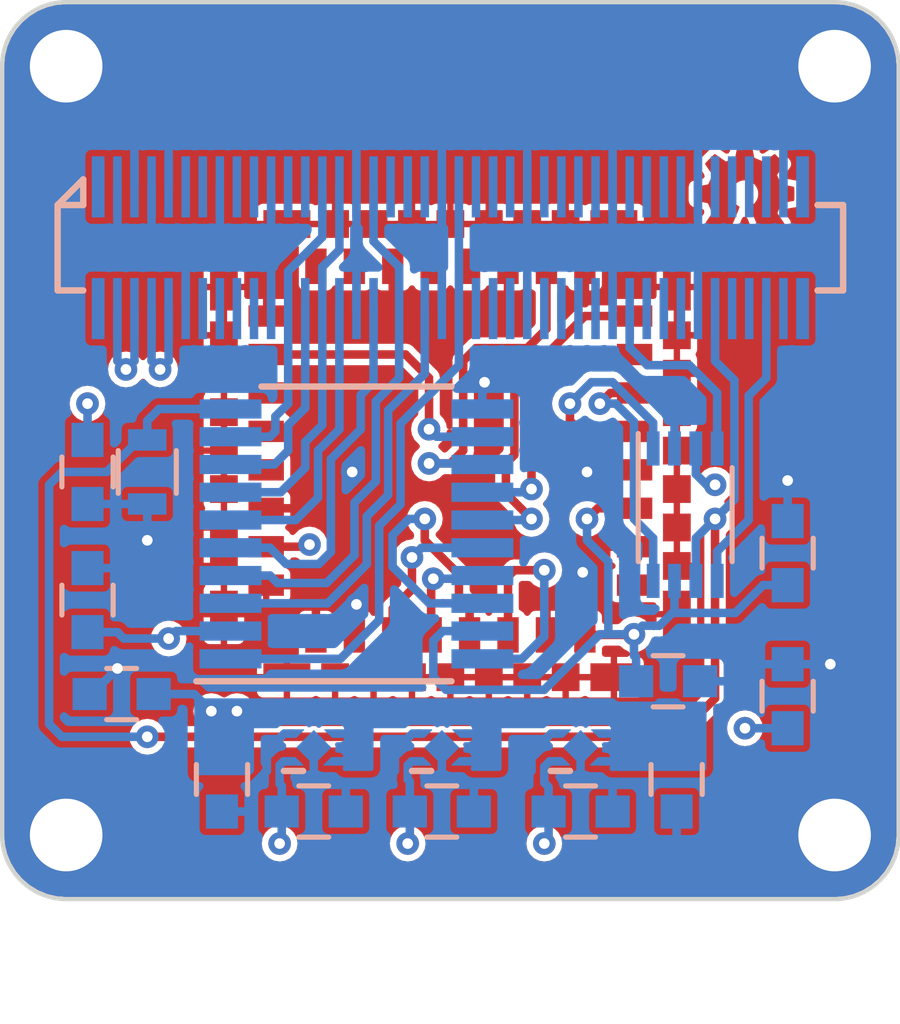
<source format=kicad_pcb>
(kicad_pcb (version 20221018) (generator pcbnew)
  (title_block (title "Boson Frame Grabber") (date "2018-09-10") (rev "1_02") (company "GsD") (comment 1 "Simple, Tiny FPGA based Frame Grabber for FLIR Boson"))
  (layers (0 "F.Cu" signal) (1 "In1.Cu" signal) (2 "In2.Cu" signal) (31 "B.Cu" signal) (34 "B.Paste" user) (35 "F.Paste" user) (36 "B.SilkS" user "B.Silkscreen") (37 "F.SilkS" user "F.Silkscreen") (38 "B.Mask" user) (39 "F.Mask" user) (44 "Edge.Cuts" user))
  (net 0 "")
  (net 1 "GND")
  (net 2 "+3V3")
  (net 3 "Net-(LEP1-Pad32)")
  (net 4 "Net-(LEP1-Pad31)")
  (net 5 "Net-(LEP1-Pad29)")
  (net 6 "Net-(LEP1-Pad28)")
  (net 7 "Net-(LEP1-Pad17)")
  (net 8 "Net-(LEP1-Pad4)")
  (net 9 "/LEP_MISO")
  (net 10 "Net-(LEP1-Pad3)")
  (net 11 "/LEP_MOSI")
  (net 12 "+2V8")
  (net 13 "Net-(LEP1-Pad5)")
  (net 14 "/LEP_CLK")
  (net 15 "/LEP_SCL")
  (net 16 "+1V2")
  (net 17 "/LEP_PWRDWN")
  (net 18 "/VSYNC")
  (net 19 "/LEP_CS")
  (net 20 "/LEP_SDA")
  (net 21 "/LEP_RST")
  (net 22 "Net-(U1-Pad80)")
  (net 23 "Net-(U1-Pad77)")
  (net 24 "Net-(U1-Pad73)")
  (net 25 "Net-(U1-Pad56)")
  (net 26 "Net-(U1-Pad55)")
  (net 27 "Net-(U1-Pad53)")
  (net 28 "Net-(U1-Pad51)")
  (net 29 "Net-(U1-Pad48)")
  (net 30 "Net-(U1-Pad47)")
  (net 31 "Net-(U1-Pad46)")
  (net 32 "Net-(U1-Pad45)")
  (net 33 "Net-(U1-Pad21)")
  (net 34 "+1V8")
  (net 35 "/LEP_MCLK")
  (net 36 "/OE")
  (net 37 "/IIC_SDA")
  (net 38 "/IIC_SCL")
  (net 39 "/SPI_CS")
  (net 40 "/SPI_CLK")
  (net 41 "/SPI_MOSI")
  (net 42 "/SPI_MISO")
  (net 43 "/RESET")
  (net 44 "/POWER_DOWN")
  (net 45 "/MCLK")
  (net 46 "/LEP_VSYNC")
  (footprint "Mounting_Holes:MountingHole_2.2mm_M2_Pad" (layer "F.Cu") (at 154 111)
    (fp_text reference "REF**" hide)
    (fp_text value "MountingHole_2.2mm_M2_Pad")
  )
  (footprint "Mounting_Holes:MountingHole_2.2mm_M2_Pad" (layer "F.Cu") (at 136 111)
    (fp_text reference "REF**" hide)
    (fp_text value "MountingHole_2.2mm_M2_Pad")
  )
  (footprint "Mounting_Holes:MountingHole_2.2mm_M2_Pad" (layer "F.Cu") (at 136 93)
    (fp_text reference "REF**" hide)
    (fp_text value "MountingHole_2.2mm_M2_Pad")
  )
  (footprint "Mounting_Holes:MountingHole_2.2mm_M2_Pad" (layer "F.Cu") (at 154 93)
    (fp_text reference "REF**" hide)
    (fp_text value "MountingHole_2.2mm_M2_Pad")
  )
  (footprint "LOGO" (layer "F.Cu") (at 151.9 95.9)
    (fp_text reference "G***" hide)
    (fp_text value "LOGO" hide)
  )
  (footprint "LOGO" (layer "F.Cu") (at 150.4 93.6)
    (fp_text reference "G***" hide)
    (fp_text value "LOGO" hide)
  )
  (footprint "1050281001" (layer "F.Cu") (at 145 102)
    (fp_text reference "LEP1")
    (fp_text value "LEPTON")
  )
  (footprint "lib:DF40_80Pin" (layer "B.Cu") (at 145 97.25 180)
    (fp_text reference "U1")
    (fp_text value "Boson_Slave")
  )
  (footprint "Housings_SSOP:VSSOP-8_2.3x2mm_Pitch0.5mm" (layer "B.Cu") (at 150.5 103.5 -90)
    (fp_text reference "U4")
    (fp_text value "TXS0102")
  )
  (footprint "Capacitors_SMD:C_0603" (layer "B.Cu") (at 144.8 110.45)
    (fp_text reference "C1")
    (fp_text value "1uF")
  )
  (footprint "Capacitors_SMD:C_0603" (layer "B.Cu") (at 148.05 110.45)
    (fp_text reference "C2")
    (fp_text value "1uF")
  )
  (footprint "Capacitors_SMD:C_0603" (layer "B.Cu") (at 141.8 110.45)
    (fp_text reference "C3")
    (fp_text value "1uF")
  )
  (footprint "Capacitors_SMD:C_0603" (layer "B.Cu") (at 150.3 109.7 -90)
    (fp_text reference "C4")
    (fp_text value "1uF")
  )
  (footprint "Capacitors_SMD:C_0603" (layer "B.Cu") (at 137.3 107.7 180)
    (fp_text reference "C5")
    (fp_text value "1uF")
  )
  (footprint "Capacitors_SMD:C_0603" (layer "B.Cu") (at 139.65 109.7 -90)
    (fp_text reference "C6")
    (fp_text value "100n")
  )
  (footprint "Resistors_SMD:R_0603" (layer "B.Cu") (at 137.9 102.5 -90)
    (fp_text reference "R1")
    (fp_text value "10k")
  )
  (footprint "bosonFrameGrabber:X2SON" (layer "B.Cu") (at 148.05 108.95)
    (fp_text reference "U2")
    (fp_text value "TLV733P")
  )
  (footprint "bosonFrameGrabber:X2SON" (layer "B.Cu") (at 141.8 108.95)
    (fp_text reference "U3")
    (fp_text value "TLV733P")
  )
  (footprint "bosonFrameGrabber:X2SON" (layer "B.Cu") (at 144.8 108.95)
    (fp_text reference "U6")
    (fp_text value "TLV733P")
  )
  (footprint "Capacitors_SMD:C_0603" (layer "B.Cu") (at 152.9 107.75 90)
    (fp_text reference "C7")
    (fp_text value "100n")
  )
  (footprint "Capacitors_SMD:C_0603" (layer "B.Cu") (at 136.5 105.5 90)
    (fp_text reference "C8")
    (fp_text value "100n")
  )
  (footprint "Capacitors_SMD:C_0603" (layer "B.Cu") (at 150.1 107.4)
    (fp_text reference "C9")
    (fp_text value "100n")
  )
  (footprint "Capacitors_SMD:C_0603" (layer "B.Cu") (at 136.5 102.5 -90)
    (fp_text reference "C10")
    (fp_text value "100n")
  )
  (footprint "Capacitors_SMD:C_0603" (layer "B.Cu") (at 152.9 104.4 90)
    (fp_text reference "C11")
    (fp_text value "100n")
  )
  (footprint "Housings_SSOP:TSSOP-20_4.4x6.5mm_Pitch0.65mm" (layer "B.Cu") (at 142.8 103.95)
    (fp_text reference "U5")
    (fp_text value "TB0108")
  )
  (gr_line (start 154 112.5) (end 136 112.5) (stroke (width 0.1)) (layer "Edge.Cuts"))
  (gr_line (start 134.5 111) (end 134.5 93) (stroke (width 0.1)) (layer "Edge.Cuts"))
  (gr_arc (start 155.5 111) (mid 155.06066 112.06066) (end 154 112.5) (stroke (width 0.1)) (layer "Edge.Cuts"))
  (gr_line (start 136 91.5) (end 154 91.5) (stroke (width 0.1)) (layer "Edge.Cuts"))
  (gr_arc (start 136 112.5) (mid 134.93934 112.06066) (end 134.5 111) (stroke (width 0.1)) (layer "Edge.Cuts"))
  (gr_arc (start 154 91.5) (mid 155.06066 91.93934) (end 155.5 93) (stroke (width 0.1)) (layer "Edge.Cuts"))
  (gr_line (start 155.5 93) (end 155.5 111) (stroke (width 0.1)) (layer "Edge.Cuts"))
  (gr_arc (start 134.5 93) (mid 134.93934 91.93934) (end 136 91.5) (stroke (width 0.1)) (layer "Edge.Cuts"))
  (segment (start 148.15 97.685) (end 148.15 98.55) (width 0.2) (layer "F.Cu") (net 1))
  (segment (start 147.25 105.7) (end 148.1 104.85) (width 0.2) (layer "F.Cu") (net 1))
  (segment (start 142.75 105.65) (end 142.8 105.6) (width 0.2) (layer "F.Cu") (net 1))
  (segment (start 147.25 106.315) (end 147.25 106.05) (width 0.2) (layer "F.Cu") (net 1))
  (segment (start 148.7 104.25) (end 149.315 104.25) (width 0.2) (layer "F.Cu") (net 1))
  (segment (start 148.1 104.85) (end 148.7 104.25) (width 0.2) (layer "F.Cu") (net 1))
  (segment (start 141.85 105.55) (end 141.45 105.15) (width 0.2) (layer "F.Cu") (net 1))
  (segment (start 146.35 97.685) (end 146.35 98.75) (width 0.2) (layer "F.Cu") (net 1))
  (segment (start 141.45 105.15) (end 140.685 105.15) (width 0.2) (layer "F.Cu") (net 1))
  (segment (start 141.85 106.315) (end 141.85 105.55) (width 0.2) (layer "F.Cu") (net 1))
  (segment (start 143.45 98.85) (end 143.65 98.65) (width 0.2) (layer "F.Cu") (net 1))
  (segment (start 149.315 102.45) (end 148.25 102.45) (width 0.2) (layer "F.Cu") (net 1))
  (segment (start 140.685 98.85) (end 143.45 98.85) (width 0.2) (layer "F.Cu") (net 1))
  (segment (start 142.435005 102.764999) (end 142.700004 102.5) (width 0.2) (layer "F.Cu") (net 1))
  (segment (start 148.25 102.45) (end 148.2 102.5) (width 0.2) (layer "F.Cu") (net 1))
  (segment (start 142.75 106.315) (end 142.75 105.65) (width 0.2) (layer "F.Cu") (net 1))
  (segment (start 140.685 103.35) (end 141.850004 103.35) (width 0.2) (layer "F.Cu") (net 1))
  (segment (start 141.850004 103.35) (end 142.435005 102.764999) (width 0.2) (layer "F.Cu") (net 1))
  (segment (start 147.25 106.315) (end 147.25 105.7) (width 0.2) (layer "F.Cu") (net 1))
  (segment (start 143.65 98.65) (end 143.65 97.685) (width 0.2) (layer "F.Cu") (net 1))
  (via (at 148.2 102.5) (size 0.53) (drill 0.25) (layers "F.Cu" "B.Cu") (net 1))
  (via (at 152.9 102.7) (size 0.53) (drill 0.25) (layers "F.Cu" "B.Cu") (net 1))
  (via (at 137.2 107.1) (size 0.53) (drill 0.25) (layers "F.Cu" "B.Cu") (net 1))
  (via (at 145.8 100.4) (size 0.53) (drill 0.25) (layers "F.Cu" "B.Cu") (net 1))
  (via (at 148.1 104.85) (size 0.53) (drill 0.25) (layers "F.Cu" "B.Cu") (net 1))
  (via (at 153.9 107) (size 0.53) (drill 0.25) (layers "F.Cu" "B.Cu") (net 1))
  (via (at 137.9 104.1) (size 0.53) (drill 0.25) (layers "F.Cu" "B.Cu") (net 1))
  (via (at 142.700004 102.5) (size 0.53) (drill 0.25) (layers "F.Cu" "B.Cu") (net 1))
  (via (at 142.8 105.6) (size 0.53) (drill 0.25) (layers "F.Cu" "B.Cu") (net 1))
  (segment (start 150.8 95.825) (end 150.8 94.7) (width 0.2) (layer "B.Cu") (net 1))
  (segment (start 138.8 98.675) (end 138.8 97.76) (width 0.2) (layer "B.Cu") (net 1))
  (segment (start 136.5 103.25) (end 137.9 103.25) (width 0.2) (layer "B.Cu") (net 1))
  (segment (start 148.05 108.95) (end 148.05 109.7) (width 0.2) (layer "B.Cu") (net 1))
  (segment (start 138 95.825) (end 138 97) (width 0.2) (layer "B.Cu") (net 1))
  (segment (start 141.11 108.625) (end 141.3 108.625) (width 0.2) (layer "B.Cu") (net 1))
  (segment (start 137.9 103.25) (end 137.9 104.1) (width 0.2) (layer "B.Cu") (net 1))
  (segment (start 144.11 108.625) (end 144.3 108.625) (width 0.2) (layer "B.Cu") (net 1))
  (segment (start 142.8 98.675) (end 142.8 95.825) (width 0.2) (layer "B.Cu") (net 1))
  (segment (start 150.8 98.675) (end 150.8 97.76) (width 0.2) (layer "B.Cu") (net 1))
  (segment (start 142.475 109.8) (end 143.4 109.8) (width 0.2) (layer "B.Cu") (net 1))
  (segment (start 144.8 108.95) (end 144.8 109.7) (width 0.2) (layer "B.Cu") (net 1))
  (segment (start 142.8 95.825) (end 142.8 94.6) (width 0.2) (layer "B.Cu") (net 1))
  (segment (start 151.45 107.4) (end 151.85 107) (width 0.2) (layer "B.Cu") (net 1))
  (segment (start 141.8 109.7) (end 141.9 109.8) (width 0.2) (layer "B.Cu") (net 1))
  (segment (start 145.55 110.45) (end 145.55 109.875) (width 0.2) (layer "B.Cu") (net 1))
  (segment (start 148.8 95.825) (end 148.8 94.91) (width 0.2) (layer "B.Cu") (net 1))
  (segment (start 142.55 109.875) (end 142.475 109.8) (width 0.2) (layer "B.Cu") (net 1))
  (segment (start 140.225 110.45) (end 140.3 110.375) (width 0.2) (layer "B.Cu") (net 1))
  (segment (start 141.8 108.95) (end 141.8 109.7) (width 0.2) (layer "B.Cu") (net 1))
  (segment (start 142.475 109.8) (end 141.9 109.8) (width 0.2) (layer "B.Cu") (net 1))
  (segment (start 140.8 98.675) (end 140.8 97.76) (width 0.2) (layer "B.Cu") (net 1))
  (segment (start 148.8 110.45) (end 148.8 109.875) (width 0.2) (layer "B.Cu") (net 1))
  (segment (start 140.3 110.375) (end 140.3 109.9) (width 0.2) (layer "B.Cu") (net 1))
  (segment (start 146.8 95.825) (end 146.8 94.8) (width 0.2) (layer "B.Cu") (net 1))
  (segment (start 152.8 95.825) (end 152.8 94.7) (width 0.2) (layer "B.Cu") (net 1))
  (segment (start 144.8 98.675) (end 144.8 95.825) (width 0.2) (layer "B.Cu") (net 1))
  (segment (start 144.8 95.825) (end 144.8 94.5) (width 0.2) (layer "B.Cu") (net 1))
  (segment (start 140.8 97.76) (end 140.8 95.825) (width 0.2) (layer "B.Cu") (net 1))
  (segment (start 137.25 104.75) (end 137.9 104.1) (width 0.2) (layer "B.Cu") (net 1))
  (segment (start 148.05 109.7) (end 148.15 109.8) (width 0.2) (layer "B.Cu") (net 1))
  (segment (start 150.8 97.76) (end 150.8 95.825) (width 0.2) (layer "B.Cu") (net 1))
  (segment (start 143.7 109.5) (end 143.7 109.035) (width 0.2) (layer "B.Cu") (net 1))
  (segment (start 146.9 109.085) (end 146.9 109.5) (width 0.2) (layer "B.Cu") (net 1))
  (segment (start 150.25 101.95) (end 150.25 100.95) (width 0.2) (layer "B.Cu") (net 1))
  (segment (start 151.85 107) (end 152.9 107) (width 0.2) (layer "B.Cu") (net 1))
  (segment (start 147.55 108.625) (end 147.36 108.625) (width 0.2) (layer "B.Cu") (net 1))
  (segment (start 139.65 110.45) (end 140.225 110.45) (width 0.2) (layer "B.Cu") (net 1))
  (segment (start 148.725 109.8) (end 148.15 109.8) (width 0.2) (layer "B.Cu") (net 1))
  (segment (start 143.7 109.035) (end 144.11 108.625) (width 0.2) (layer "B.Cu") (net 1))
  (segment (start 150.3 110.45) (end 150.3 111.2) (width 0.2) (layer "B.Cu") (net 1))
  (segment (start 147.36 108.625) (end 146.9 109.085) (width 0.2) (layer "B.Cu") (net 1))
  (segment (start 146.9 109.5) (end 146.6 109.8) (width 0.2) (layer "B.Cu") (net 1))
  (segment (start 137.6 95.825) (end 137.6 94.91) (width 0.2) (layer "B.Cu") (net 1))
  (segment (start 145.475 109.8) (end 144.9 109.8) (width 0.2) (layer "B.Cu") (net 1))
  (segment (start 140.7 109.5) (end 140.7 109.035) (width 0.2) (layer "B.Cu") (net 1))
  (segment (start 146.8 98.675) (end 146.8 95.825) (width 0.2) (layer "B.Cu") (net 1))
  (segment (start 136.5 104.75) (end 137.25 104.75) (width 0.2) (layer "B.Cu") (net 1))
  (segment (start 145.75 100.45) (end 145.8 100.4) (width 0.2) (layer "B.Cu") (net 1))
  (segment (start 140.3 109.9) (end 140.7 109.5) (width 0.2) (layer "B.Cu") (net 1))
  (segment (start 145.55 109.875) (end 145.475 109.8) (width 0.2) (layer "B.Cu") (net 1))
  (segment (start 148.8 109.875) (end 148.725 109.8) (width 0.2) (layer "B.Cu") (net 1))
  (segment (start 139.6 95.825) (end 139.6 96.74) (width 0.2) (layer "B.Cu") (net 1))
  (segment (start 142.55 110.45) (end 142.55 109.875) (width 0.2) (layer "B.Cu") (net 1))
  (segment (start 140.7 109.035) (end 141.11 108.625) (width 0.2) (layer "B.Cu") (net 1))
  (segment (start 152.9 107) (end 153.9 107) (width 0.2) (layer "B.Cu") (net 1))
  (segment (start 145.75 101.025) (end 145.75 100.45) (width 0.2) (layer "B.Cu") (net 1))
  (segment (start 148.8 95.825) (end 148.8 98.675) (width 0.2) (layer "B.Cu") (net 1))
  (segment (start 152.9 103.65) (end 152.9 102.7) (width 0.2) (layer "B.Cu") (net 1))
  (segment (start 150.85 107.4) (end 151.45 107.4) (width 0.2) (layer "B.Cu") (net 1))
  (segment (start 143.4 109.8) (end 143.7 109.5) (width 0.2) (layer "B.Cu") (net 1))
  (segment (start 137.2 95.825) (end 137.2 96.74) (width 0.2) (layer "B.Cu") (net 1))
  (segment (start 136.6 107.7) (end 137.2 107.1) (width 0.2) (layer "B.Cu") (net 1))
  (segment (start 146.6 109.8) (end 145.475 109.8) (width 0.2) (layer "B.Cu") (net 1))
  (segment (start 136.55 107.7) (end 136.6 107.7) (width 0.2) (layer "B.Cu") (net 1))
  (segment (start 138.4 95.825) (end 138.4 94.91) (width 0.2) (layer "B.Cu") (net 1))
  (segment (start 144.8 109.7) (end 144.9 109.8) (width 0.2) (layer "B.Cu") (net 1))
  (via (at 140 108.1) (size 0.53) (drill 0.25) (layers "F.Cu" "B.Cu") (net 2))
  (via (at 138.2 100.1) (size 0.53) (drill 0.25) (layers "F.Cu" "B.Cu") (net 2))
  (via (at 137.4 100.1) (size 0.53) (drill 0.25) (layers "F.Cu" "B.Cu") (net 2))
  (via (at 139.4 108.1) (size 0.53) (drill 0.25) (layers "F.Cu" "B.Cu") (net 2))
  (segment (start 145.32 108.625) (end 145.875 108.625) (width 0.2) (layer "B.Cu") (net 2))
  (segment (start 138.05 107.7) (end 139 107.7) (width 0.2) (layer "B.Cu") (net 2))
  (segment (start 142.32 108.625) (end 142.675 108.625) (width 0.2) (layer "B.Cu") (net 2))
  (segment (start 138 98.675) (end 138 99.9) (width 0.2) (layer "B.Cu") (net 2))
  (segment (start 148.55 109.275) (end 149.125 109.275) (width 0.2) (layer "B.Cu") (net 2))
  (segment (start 145.3 109.275) (end 145.825 109.275) (width 0.2) (layer "B.Cu") (net 2))
  (segment (start 148.57 108.625) (end 149.175 108.625) (width 0.2) (layer "B.Cu") (net 2))
  (segment (start 137.2 98.675) (end 137.2 99.9) (width 0.2) (layer "B.Cu") (net 2))
  (segment (start 142.3 109.275) (end 142.625 109.275) (width 0.2) (layer "B.Cu") (net 2))
  (segment (start 138 99.9) (end 138.2 100.1) (width 0.2) (layer "B.Cu") (net 2))
  (segment (start 139 107.7) (end 139.4 108.1) (width 0.2) (layer "B.Cu") (net 2))
  (segment (start 139.65 108.35) (end 139.4 108.1) (width 0.2) (layer "B.Cu") (net 2))
  (segment (start 139.65 108.95) (end 139.65 108.35) (width 0.2) (layer "B.Cu") (net 2))
  (segment (start 137.6 99.9) (end 137.4 100.1) (width 0.2) (layer "B.Cu") (net 2))
  (segment (start 138.4 99.9) (end 138.2 100.1) (width 0.2) (layer "B.Cu") (net 2))
  (segment (start 138.4 98.675) (end 138.4 99.9) (width 0.2) (layer "B.Cu") (net 2))
  (segment (start 137.2 99.9) (end 137.4 100.1) (width 0.2) (layer "B.Cu") (net 2))
  (segment (start 137.6 98.675) (end 137.6 99.9) (width 0.2) (layer "B.Cu") (net 2))
  (segment (start 144.55 105.05) (end 144.6 105) (width 0.2) (layer "F.Cu") (net 9))
  (segment (start 144.55 106.315) (end 144.55 105.05) (width 0.2) (layer "F.Cu") (net 9))
  (via (at 144.6 105) (size 0.53) (drill 0.25) (layers "F.Cu" "B.Cu") (net 9))
  (segment (start 145.675 105) (end 145.75 104.925) (width 0.2) (layer "B.Cu") (net 9))
  (segment (start 144.6 105) (end 145.675 105) (width 0.2) (layer "B.Cu") (net 9))
  (segment (start 143.65 105.7) (end 144.1 105.25) (width 0.2) (layer "F.Cu") (net 11))
  (segment (start 143.65 106.315) (end 143.65 105.7) (width 0.2) (layer "F.Cu") (net 11))
  (segment (start 144.1 105.25) (end 144.1 104.5) (width 0.2) (layer "F.Cu") (net 11))
  (via (at 144.1 104.5) (size 0.53) (drill 0.25) (layers "F.Cu" "B.Cu") (net 11))
  (segment (start 145.75 104.275) (end 144.325 104.275) (width 0.2) (layer "B.Cu") (net 11))
  (segment (start 144.325 104.275) (end 144.1 104.5) (width 0.2) (layer "B.Cu") (net 11))
  (segment (start 148.45 103.35) (end 148.2 103.6) (width 0.2) (layer "F.Cu") (net 12))
  (segment (start 149.285 106.315) (end 149.3 106.3) (width 0.2) (layer "F.Cu") (net 12))
  (segment (start 149.315 103.35) (end 148.45 103.35) (width 0.2) (layer "F.Cu") (net 12))
  (segment (start 148.15 106.315) (end 149.285 106.315) (width 0.2) (layer "F.Cu") (net 12))
  (via (at 141 111.2) (size 0.53) (drill 0.25) (layers "F.Cu" "B.Cu") (net 12))
  (via (at 148.2 103.6) (size 0.53) (drill 0.25) (layers "F.Cu" "B.Cu") (net 12))
  (via (at 149.3 106.3) (size 0.53) (drill 0.25) (layers "F.Cu" "B.Cu") (net 12))
  (segment (start 149.35 107.4) (end 149.35 106.825) (width 0.2) (layer "B.Cu") (net 12))
  (segment (start 148.5 106.3) (end 148.7 106.3) (width 0.2) (layer "B.Cu") (net 12))
  (segment (start 144.6 106.45) (end 144.6 107.3) (width 0.2) (layer "B.Cu") (net 12))
  (segment (start 149.325 106.8) (end 149.3 106.8) (width 0.2) (layer "B.Cu") (net 12))
  (segment (start 141 109.8) (end 141.05 109.85) (width 0.2) (layer "B.Cu") (net 12))
  (segment (start 149.35 106.825) (end 149.325 106.8) (width 0.2) (layer "B.Cu") (net 12))
  (segment (start 141.05 109.85) (end 141.05 110.45) (width 0.2) (layer "B.Cu") (net 12))
  (segment (start 144.6 107.3) (end 144.9 107.6) (width 0.2) (layer "B.Cu") (net 12))
  (segment (start 150.25 105.75) (end 150.2 105.8) (width 0.2) (layer "B.Cu") (net 12))
  (segment (start 150.25 105.05) (end 150.25 105.75) (width 0.2) (layer "B.Cu") (net 12))
  (segment (start 151.675 105.8) (end 150.2 105.8) (width 0.2) (layer "B.Cu") (net 12))
  (segment (start 141.28 109.275) (end 141.09 109.275) (width 0.2) (layer "B.Cu") (net 12))
  (segment (start 148.2 104.1) (end 148.7 104.6) (width 0.2) (layer "B.Cu") (net 12))
  (segment (start 141.09 109.275) (end 141 109.365) (width 0.2) (layer "B.Cu") (net 12))
  (segment (start 148.7 104.6) (end 148.7 106.3) (width 0.2) (layer "B.Cu") (net 12))
  (segment (start 152.9 105.15) (end 152.325 105.15) (width 0.2) (layer "B.Cu") (net 12))
  (segment (start 148.2 103.6) (end 148.2 104.1) (width 0.2) (layer "B.Cu") (net 12))
  (segment (start 149.5 106.1) (end 149.3 106.3) (width 0.2) (layer "B.Cu") (net 12))
  (segment (start 147.2 107.6) (end 148.5 106.3) (width 0.2) (layer "B.Cu") (net 12))
  (segment (start 141 109.365) (end 141 109.8) (width 0.2) (layer "B.Cu") (net 12))
  (segment (start 144.825 106.225) (end 144.6 106.45) (width 0.2) (layer "B.Cu") (net 12))
  (segment (start 149.9 106.1) (end 149.5 106.1) (width 0.2) (layer "B.Cu") (net 12))
  (segment (start 144.9 107.6) (end 147.2 107.6) (width 0.2) (layer "B.Cu") (net 12))
  (segment (start 149.3 106.3) (end 149.3 106.8) (width 0.2) (layer "B.Cu") (net 12))
  (segment (start 141.05 111.15) (end 141 111.2) (width 0.2) (layer "B.Cu") (net 12))
  (segment (start 148.7 106.3) (end 149.3 106.3) (width 0.2) (layer "B.Cu") (net 12))
  (segment (start 150.2 105.8) (end 149.9 106.1) (width 0.2) (layer "B.Cu") (net 12))
  (segment (start 145.75 106.225) (end 144.825 106.225) (width 0.2) (layer "B.Cu") (net 12))
  (segment (start 141.05 110.45) (end 141.05 111.15) (width 0.2) (layer "B.Cu") (net 12))
  (segment (start 152.325 105.15) (end 151.675 105.8) (width 0.2) (layer "B.Cu") (net 12))
  (segment (start 145.45 105.65) (end 145.2 105.4) (width 0.2) (layer "F.Cu") (net 14))
  (segment (start 145.2 104.9) (end 144.4 104.1) (width 0.2) (layer "F.Cu") (net 14))
  (segment (start 144.4 104.1) (end 144.4 103.6) (width 0.2) (layer "F.Cu") (net 14))
  (segment (start 145.2 105.4) (end 145.2 104.9) (width 0.2) (layer "F.Cu") (net 14))
  (segment (start 145.45 106.315) (end 145.45 105.65) (width 0.2) (layer "F.Cu") (net 14))
  (via (at 144.4 103.6) (size 0.53) (drill 0.25) (layers "F.Cu" "B.Cu") (net 14))
  (segment (start 143.646049 103.979185) (end 143.646049 104.717897) (width 0.2) (layer "B.Cu") (net 14))
  (segment (start 143.646049 104.717897) (end 144.503152 105.575) (width 0.2) (layer "B.Cu") (net 14))
  (segment (start 144.4 103.6) (end 144.025234 103.6) (width 0.2) (layer "B.Cu") (net 14))
  (segment (start 144.825 105.575) (end 145.75 105.575) (width 0.2) (layer "B.Cu") (net 14))
  (segment (start 144.025234 103.6) (end 143.646049 103.979185) (width 0.2) (layer "B.Cu") (net 14))
  (segment (start 144.503152 105.575) (end 144.825 105.575) (width 0.2) (layer "B.Cu") (net 14))
  (segment (start 149.315 101.55) (end 148.05 101.55) (width 0.2) (layer "F.Cu") (net 15))
  (segment (start 147.8 101.3) (end 147.8 100.9) (width 0.2) (layer "F.Cu") (net 15))
  (segment (start 148.05 101.55) (end 147.8 101.3) (width 0.2) (layer "F.Cu") (net 15))
  (via (at 147.8 100.9) (size 0.53) (drill 0.25) (layers "F.Cu" "B.Cu") (net 15))
  (segment (start 148.8 100.4) (end 148.3 100.4) (width 0.2) (layer "B.Cu") (net 15))
  (segment (start 149.75 101.95) (end 149.75 101.35) (width 0.2) (layer "B.Cu") (net 15))
  (segment (start 148.3 100.4) (end 147.8 100.9) (width 0.2) (layer "B.Cu") (net 15))
  (segment (start 149.75 101.35) (end 148.8 100.4) (width 0.2) (layer "B.Cu") (net 15))
  (segment (start 140.685 104.25) (end 141.65 104.25) (width 0.2) (layer "F.Cu") (net 16))
  (segment (start 141.65 104.25) (end 141.7 104.2) (width 0.2) (layer "F.Cu") (net 16))
  (via (at 136.5 100.9) (size 0.53) (drill 0.25) (layers "F.Cu" "B.Cu") (net 16))
  (via (at 141.7 104.2) (size 0.53) (drill 0.25) (layers "F.Cu" "B.Cu") (net 16))
  (via (at 147.2 111.2) (size 0.53) (drill 0.25) (layers "F.Cu" "B.Cu") (net 16))
  (segment (start 147.3 109.875) (end 147.3 110.45) (width 0.2) (layer "B.Cu") (net 16))
  (segment (start 147.2 109.4) (end 147.2 109.775) (width 0.2) (layer "B.Cu") (net 16))
  (segment (start 136.5 101.75) (end 136.5 100.9) (width 0.2) (layer "B.Cu") (net 16))
  (segment (start 147.325 109.275) (end 147.2 109.4) (width 0.2) (layer "B.Cu") (net 16))
  (segment (start 147.53 109.275) (end 147.325 109.275) (width 0.2) (layer "B.Cu") (net 16))
  (segment (start 147.3 111.1) (end 147.2 111.2) (width 0.2) (layer "B.Cu") (net 16))
  (segment (start 147.2 109.775) (end 147.3 109.875) (width 0.2) (layer "B.Cu") (net 16))
  (segment (start 147.3 110.45) (end 147.3 111.1) (width 0.2) (layer "B.Cu") (net 16))
  (segment (start 147.85 99.75) (end 146.9 100.7) (width 0.2) (layer "F.Cu") (net 17))
  (segment (start 146.9 101.128152) (end 146.9 102.9) (width 0.2) (layer "F.Cu") (net 17))
  (segment (start 149.315 99.75) (end 147.85 99.75) (width 0.2) (layer "F.Cu") (net 17))
  (segment (start 146.9 100.7) (end 146.9 101.128152) (width 0.2) (layer "F.Cu") (net 17))
  (via (at 146.9 102.9) (size 0.53) (drill 0.25) (layers "F.Cu" "B.Cu") (net 17))
  (segment (start 145.75 102.975) (end 146.825 102.975) (width 0.2) (layer "B.Cu") (net 17))
  (segment (start 146.825 102.975) (end 146.9 102.9) (width 0.2) (layer "B.Cu") (net 17))
  (segment (start 142 96.74) (end 142 95.825) (width 0.2) (layer "B.Cu") (net 18))
  (segment (start 142 97) (end 142 96.74) (width 0.2) (layer "B.Cu") (net 18))
  (segment (start 140.775 101.675) (end 140.9 101.55) (width 0.2) (layer "B.Cu") (net 18))
  (segment (start 139.85 101.675) (end 140.775 101.675) (width 0.2) (layer "B.Cu") (net 18))
  (segment (start 140.9 101.55) (end 140.9 101.2) (width 0.2) (layer "B.Cu") (net 18))
  (segment (start 141.2 97.8) (end 142 97) (width 0.2) (layer "B.Cu") (net 18))
  (segment (start 140.9 101.2) (end 141.2 100.9) (width 0.2) (layer "B.Cu") (net 18))
  (segment (start 141.2 100.9) (end 141.2 97.8) (width 0.2) (layer "B.Cu") (net 18))
  (segment (start 146.35 104.95) (end 146.5 104.8) (width 0.2) (layer "F.Cu") (net 19))
  (segment (start 146.35 106.315) (end 146.35 104.95) (width 0.2) (layer "F.Cu") (net 19))
  (segment (start 146.35 106.315) (end 146.35 106.05) (width 0.2) (layer "F.Cu") (net 19))
  (segment (start 146.5 104.8) (end 147.2 104.8) (width 0.2) (layer "F.Cu") (net 19))
  (via (at 147.2 104.8) (size 0.53) (drill 0.25) (layers "F.Cu" "B.Cu") (net 19))
  (segment (start 147.2 106.35) (end 147.2 105.174766) (width 0.2) (layer "B.Cu") (net 19))
  (segment (start 146.675 106.875) (end 147.2 106.35) (width 0.2) (layer "B.Cu") (net 19))
  (segment (start 145.75 106.875) (end 146.675 106.875) (width 0.2) (layer "B.Cu") (net 19))
  (segment (start 147.2 105.174766) (end 147.2 104.8) (width 0.2) (layer "B.Cu") (net 19))
  (segment (start 149.315 100.65) (end 148.75 100.65) (width 0.2) (layer "F.Cu") (net 20))
  (segment (start 148.75 100.65) (end 148.5 100.9) (width 0.2) (layer "F.Cu") (net 20))
  (via (at 148.5 100.9) (size 0.53) (drill 0.25) (layers "F.Cu" "B.Cu") (net 20))
  (segment (start 148.5 100.9) (end 148.874766 100.9) (width 0.2) (layer "B.Cu") (net 20))
  (segment (start 149.75 104.05) (end 149.75 105.05) (width 0.2) (layer "B.Cu") (net 20))
  (segment (start 148.874766 100.9) (end 149.3 101.325234) (width 0.2) (layer "B.Cu") (net 20))
  (segment (start 149.3 101.325234) (end 149.3 103.6) (width 0.2) (layer "B.Cu") (net 20))
  (segment (start 149.3 103.6) (end 149.75 104.05) (width 0.2) (layer "B.Cu") (net 20))
  (segment (start 146.3 102.3) (end 146.5 102.1) (width 0.2) (layer "F.Cu") (net 21))
  (segment (start 146.3 103) (end 146.3 102.3) (width 0.2) (layer "F.Cu") (net 21))
  (segment (start 148.15 98.85) (end 148.7 98.85) (width 0.2) (layer "F.Cu") (net 21))
  (segment (start 146.9 103.6) (end 146.3 103) (width 0.2) (layer "F.Cu") (net 21))
  (segment (start 146.5 100.5) (end 148.15 98.85) (width 0.2) (layer "F.Cu") (net 21))
  (segment (start 146.5 102.1) (end 146.5 100.5) (width 0.2) (layer "F.Cu") (net 21))
  (segment (start 148.7 98.85) (end 149.315 98.85) (width 0.2) (layer "F.Cu") (net 21))
  (via (at 146.9 103.6) (size 0.53) (drill 0.25) (layers "F.Cu" "B.Cu") (net 21))
  (segment (start 146.875 103.625) (end 146.9 103.6) (width 0.2) (layer "B.Cu") (net 21))
  (segment (start 145.75 103.625) (end 146.875 103.625) (width 0.2) (layer "B.Cu") (net 21))
  (via (at 138.4 106.4) (size 0.53) (drill 0.25) (layers "F.Cu" "B.Cu") (net 34))
  (via (at 151.9 108.5) (size 0.53) (drill 0.25) (layers "F.Cu" "B.Cu") (net 34))
  (via (at 151.2 102.8) (size 0.53) (drill 0.25) (layers "F.Cu" "B.Cu") (net 34))
  (via (at 144 111.2) (size 0.53) (drill 0.25) (layers "F.Cu" "B.Cu") (net 34))
  (segment (start 150.75 101.95) (end 150.75 102.55) (width 0.2) (layer "B.Cu") (net 34))
  (segment (start 137.35 106.4) (end 137.2 106.25) (width 0.2) (layer "B.Cu") (net 34))
  (segment (start 136.5 106.25) (end 137.2 106.25) (width 0.2) (layer "B.Cu") (net 34))
  (segment (start 144.09 109.275) (end 144 109.365) (width 0.2) (layer "B.Cu") (net 34))
  (segment (start 144 109.365) (end 144 109.7) (width 0.2) (layer "B.Cu") (net 34))
  (segment (start 144.05 110.45) (end 144.05 111.15) (width 0.2) (layer "B.Cu") (net 34))
  (segment (start 144.05 111.15) (end 144 111.2) (width 0.2) (layer "B.Cu") (net 34))
  (segment (start 139.85 106.225) (end 138.575 106.225) (width 0.2) (layer "B.Cu") (net 34))
  (segment (start 138.4 106.4) (end 137.35 106.4) (width 0.2) (layer "B.Cu") (net 34))
  (segment (start 144.05 109.75) (end 144.05 110.45) (width 0.2) (layer "B.Cu") (net 34))
  (segment (start 138.575 106.225) (end 138.4 106.4) (width 0.2) (layer "B.Cu") (net 34))
  (segment (start 152.9 108.5) (end 151.9 108.5) (width 0.2) (layer "B.Cu") (net 34))
  (segment (start 150.75 102.55) (end 151 102.8) (width 0.2) (layer "B.Cu") (net 34))
  (segment (start 144 109.7) (end 144.05 109.75) (width 0.2) (layer "B.Cu") (net 34))
  (segment (start 144.28 109.275) (end 144.09 109.275) (width 0.2) (layer "B.Cu") (net 34))
  (segment (start 151 102.8) (end 151.2 102.8) (width 0.2) (layer "B.Cu") (net 34))
  (segment (start 145.6 99.6) (end 146.8 99.6) (width 0.2) (layer "F.Cu") (net 35))
  (segment (start 147.25 99.15) (end 147.25 97.685) (width 0.2) (layer "F.Cu") (net 35))
  (segment (start 145.3 102) (end 145.3 99.9) (width 0.2) (layer "F.Cu") (net 35))
  (segment (start 144.5 102.3) (end 145 102.3) (width 0.2) (layer "F.Cu") (net 35))
  (segment (start 145 102.3) (end 145.3 102) (width 0.2) (layer "F.Cu") (net 35))
  (segment (start 145.3 99.9) (end 145.6 99.6) (width 0.2) (layer "F.Cu") (net 35))
  (segment (start 146.8 99.6) (end 147.25 99.15) (width 0.2) (layer "F.Cu") (net 35))
  (via (at 144.5 102.3) (size 0.53) (drill 0.25) (layers "F.Cu" "B.Cu") (net 35))
  (segment (start 144.5 102.3) (end 145.725 102.3) (width 0.2) (layer "B.Cu") (net 35))
  (segment (start 145.725 102.3) (end 145.75 102.325) (width 0.2) (layer "B.Cu") (net 35))
  (segment (start 151.2 107.8) (end 150.3 108.7) (width 0.2) (layer "F.Cu") (net 36))
  (segment (start 151.2 103.6) (end 151.2 107.8) (width 0.2) (layer "F.Cu") (net 36))
  (segment (start 150.3 108.7) (end 138.274766 108.7) (width 0.2) (layer "F.Cu") (net 36))
  (segment (start 138.274766 108.7) (end 137.9 108.7) (width 0.2) (layer "F.Cu") (net 36))
  (via (at 151.2 103.6) (size 0.53) (drill 0.25) (layers "F.Cu" "B.Cu") (net 36))
  (via (at 137.9 108.7) (size 0.53) (drill 0.25) (layers "F.Cu" "B.Cu") (net 36))
  (segment (start 137.7 101.75) (end 137.9 101.75) (width 0.2) (layer "B.Cu") (net 36))
  (segment (start 151.2 103.6) (end 151.653951 103.146049) (width 0.2) (layer "B.Cu") (net 36))
  (segment (start 137.9 101.3) (end 137.9 101.75) (width 0.2) (layer "B.Cu") (net 36))
  (segment (start 138 101.2) (end 137.9 101.3) (width 0.2) (layer "B.Cu") (net 36))
  (segment (start 139.85 101.025) (end 138.175 101.025) (width 0.2) (layer "B.Cu") (net 36))
  (segment (start 151.2 99.9) (end 151.2 98.675) (width 0.2) (layer "B.Cu") (net 36))
  (segment (start 136.95 102.5) (end 137.7 101.75) (width 0.2) (layer "B.Cu") (net 36))
  (segment (start 135.6 108.4) (end 135.6 102.8) (width 0.2) (layer "B.Cu") (net 36))
  (segment (start 135.9 102.5) (end 136.95 102.5) (width 0.2) (layer "B.Cu") (net 36))
  (segment (start 135.9 108.7) (end 135.6 108.4) (width 0.2) (layer "B.Cu") (net 36))
  (segment (start 151.653951 103.146049) (end 151.653951 100.353951) (width 0.2) (layer "B.Cu") (net 36))
  (segment (start 150.75 105.05) (end 150.75 104.45) (width 0.2) (layer "B.Cu") (net 36))
  (segment (start 137.9 108.7) (end 135.9 108.7) (width 0.2) (layer "B.Cu") (net 36))
  (segment (start 135.6 102.8) (end 135.9 102.5) (width 0.2) (layer "B.Cu") (net 36))
  (segment (start 151.653951 100.353951) (end 151.2 99.9) (width 0.2) (layer "B.Cu") (net 36))
  (segment (start 150.75 104.45) (end 150.75 104.05) (width 0.2) (layer "B.Cu") (net 36))
  (segment (start 150.75 104.05) (end 151.2 103.6) (width 0.2) (layer "B.Cu") (net 36))
  (segment (start 138.175 101.025) (end 138 101.2) (width 0.2) (layer "B.Cu") (net 36))
  (segment (start 151.98896 103.619691) (end 151.98896 100.71104) (width 0.2) (layer "B.Cu") (net 37))
  (segment (start 151.25 105.05) (end 151.25 104.35865) (width 0.2) (layer "B.Cu") (net 37))
  (segment (start 152.4 100.3) (end 152.4 98.675) (width 0.2) (layer "B.Cu") (net 37))
  (segment (start 151.98896 100.71104) (end 152.4 100.3) (width 0.2) (layer "B.Cu") (net 37))
  (segment (start 151.25 104.35865) (end 151.98896 103.619691) (width 0.2) (layer "B.Cu") (net 37))
  (segment (start 149.61 100) (end 150.6 100) (width 0.2) (layer "B.Cu") (net 38))
  (segment (start 149.2 98.675) (end 149.2 99.59) (width 0.2) (layer "B.Cu") (net 38))
  (segment (start 151.25 101.1) (end 151.25 101.95) (width 0.2) (layer "B.Cu") (net 38))
  (segment (start 150.6 100) (end 151.25 100.65) (width 0.2) (layer "B.Cu") (net 38))
  (segment (start 149.2 99.59) (end 149.61 100) (width 0.2) (layer "B.Cu") (net 38))
  (segment (start 151.25 100.65) (end 151.25 101.1) (width 0.2) (layer "B.Cu") (net 38))
  (segment (start 142.425 106.875) (end 139.85 106.875) (width 0.2) (layer "B.Cu") (net 39))
  (segment (start 143.331873 105.968127) (end 142.425 106.875) (width 0.2) (layer "B.Cu") (net 39))
  (segment (start 143.831871 101.368129) (end 143.831871 103.257281) (width 0.2) (layer "B.Cu") (net 39))
  (segment (start 143.331873 103.757279) (end 143.331873 105.968127) (width 0.2) (layer "B.Cu") (net 39))
  (segment (start 143.831871 103.257281) (end 143.331873 103.757279) (width 0.2) (layer "B.Cu") (net 39))
  (segment (start 145.2 97) (end 145.2 95.825) (width 0.2) (layer "B.Cu") (net 39))
  (segment (start 145.2 100) (end 143.831871 101.368129) (width 0.2) (layer "B.Cu") (net 39))
  (segment (start 145.2 97) (end 145.2 100) (width 0.2) (layer "B.Cu") (net 39))
  (segment (start 143.042912 104.657088) (end 143.042912 103.537588) (width 0.2) (layer "B.Cu") (net 40))
  (segment (start 143.042912 103.537588) (end 143.542911 103.037589) (width 0.2) (layer "B.Cu") (net 40))
  (segment (start 142.125 105.575) (end 143.042912 104.657088) (width 0.2) (layer "B.Cu") (net 40))
  (segment (start 143.542911 101.057089) (end 144.4 100.2) (width 0.2) (layer "B.Cu") (net 40))
  (segment (start 139.85 105.575) (end 142.125 105.575) (width 0.2) (layer "B.Cu") (net 40))
  (segment (start 143.542911 103.037589) (end 143.542911 101.057089) (width 0.2) (layer "B.Cu") (net 40))
  (segment (start 144.4 100.2) (end 144.4 98.675) (width 0.2) (layer "B.Cu") (net 40))
  (segment (start 142.2 104.371848) (end 142.2 102.2) (width 0.2) (layer "B.Cu") (net 41))
  (segment (start 143.2 100.4) (end 143.2 99.7) (width 0.2) (layer "B.Cu") (net 41))
  (segment (start 142.9 100.7) (end 143.2 100.4) (width 0.2) (layer "B.Cu") (net 41))
  (segment (start 141.153951 104.653951) (end 141.917897 104.653951) (width 0.2) (layer "B.Cu") (net 41))
  (segment (start 142.9 100.7) (end 142.9 101.5) (width 0.2) (layer "B.Cu") (net 41))
  (segment (start 143.2 99.7) (end 143.2 98.675) (width 0.2) (layer "B.Cu") (net 41))
  (segment (start 142.9 101.5) (end 142.2 102.2) (width 0.2) (layer "B.Cu") (net 41))
  (segment (start 141.917897 104.653951) (end 142.2 104.371848) (width 0.2) (layer "B.Cu") (net 41))
  (segment (start 139.85 104.275) (end 140.775 104.275) (width 0.2) (layer "B.Cu") (net 41))
  (segment (start 140.775 104.275) (end 141.153951 104.653951) (width 0.2) (layer "B.Cu") (net 41))
  (segment (start 143.8 97.7) (end 143.8 100.3) (width 0.2) (layer "B.Cu") (net 42))
  (segment (start 140.775 104.925) (end 139.85 104.925) (width 0.2) (layer "B.Cu") (net 42))
  (segment (start 140.95 105.1) (end 140.775 104.925) (width 0.2) (layer "B.Cu") (net 42))
  (segment (start 142.753951 103.217897) (end 142.753951 104.446049) (width 0.2) (layer "B.Cu") (net 42))
  (segment (start 142.1 105.1) (end 140.95 105.1) (width 0.2) (layer "B.Cu") (net 42))
  (segment (start 142.753951 104.446049) (end 142.1 105.1) (width 0.2) (layer "B.Cu") (net 42))
  (segment (start 143.2 97.1) (end 143.8 97.7) (width 0.2) (layer "B.Cu") (net 42))
  (segment (start 143.253951 102.717897) (end 142.753951 103.217897) (width 0.2) (layer "B.Cu") (net 42))
  (segment (start 143.8 100.3) (end 143.253951 100.846049) (width 0.2) (layer "B.Cu") (net 42))
  (segment (start 143.253951 100.846049) (end 143.253951 102.717897) (width 0.2) (layer "B.Cu") (net 42))
  (segment (start 143.2 95.825) (end 143.2 97.1) (width 0.2) (layer "B.Cu") (net 42))
  (segment (start 141.9 103.1) (end 141.9 102) (width 0.2) (layer "B.Cu") (net 43))
  (segment (start 142.4 101.5) (end 142.4 99.9) (width 0.2) (layer "B.Cu") (net 43))
  (segment (start 141.375 103.625) (end 141.9 103.1) (width 0.2) (layer "B.Cu") (net 43))
  (segment (start 141.9 102) (end 142.4 101.5) (width 0.2) (layer "B.Cu") (net 43))
  (segment (start 142.4 99.9) (end 142.4 98.675) (width 0.2) (layer "B.Cu") (net 43))
  (segment (start 139.85 103.625) (end 141.375 103.625) (width 0.2) (layer "B.Cu") (net 43))
  (segment (start 141.025 102.975) (end 141.6 102.4) (width 0.2) (layer "B.Cu") (net 44))
  (segment (start 142 97.7) (end 142.4 97.3) (width 0.2) (layer "B.Cu") (net 44))
  (segment (start 139.85 102.975) (end 141.025 102.975) (width 0.2) (layer "B.Cu") (net 44))
  (segment (start 141.6 102.4) (end 141.6 101.8) (width 0.2) (layer "B.Cu") (net 44))
  (segment (start 141.6 101.8) (end 142 101.4) (width 0.2) (layer "B.Cu") (net 44))
  (segment (start 142.4 97.3) (end 142.4 96.74) (width 0.2) (layer "B.Cu") (net 44))
  (segment (start 142.4 96.74) (end 142.4 95.825) (width 0.2) (layer "B.Cu") (net 44))
  (segment (start 142 101.4) (end 142 97.7) (width 0.2) (layer "B.Cu") (net 44))
  (segment (start 141.2 102) (end 141.2 101.4) (width 0.2) (layer "B.Cu") (net 45))
  (segment (start 141.6 101) (end 141.6 99.8) (width 0.2) (layer "B.Cu") (net 45))
  (segment (start 139.85 102.325) (end 140.875 102.325) (width 0.2) (layer "B.Cu") (net 45))
  (segment (start 140.875 102.325) (end 141.2 102) (width 0.2) (layer "B.Cu") (net 45))
  (segment (start 141.6 99.8) (end 141.6 98.675) (width 0.2) (layer "B.Cu") (net 45))
  (segment (start 141.2 101.4) (end 141.6 101) (width 0.2) (layer "B.Cu") (net 45))
  (segment (start 140.685 99.75) (end 143.95 99.75) (width 0.2) (layer "F.Cu") (net 46))
  (segment (start 143.95 99.75) (end 144.5 100.3) (width 0.2) (layer "F.Cu") (net 46))
  (segment (start 144.5 100.3) (end 144.5 101.5) (width 0.2) (layer "F.Cu") (net 46))
  (via (at 144.5 101.5) (size 0.53) (drill 0.25) (layers "F.Cu" "B.Cu") (net 46))
  (segment (start 145.75 101.675) (end 144.675 101.675) (width 0.2) (layer "B.Cu") (net 46))
  (segment (start 144.675 101.675) (end 144.5 101.5) (width 0.2) (layer "B.Cu") (net 46))
  (zone (net 1) (net_name "GND") (layer "F.Cu") (connect_pads (clearance 0.15)) (min_thickness 0.14) (fill yes (thermal_gap 0.15) (thermal_bridge_width 0.15) (smoothing fillet))
    (polygon (pts (xy 134.5 91.5) (xy 155.5 91.5) (xy 155.5 112.5) (xy 134.5 112.5)))
  )
  (zone (net 1) (net_name "GND") (layer "B.Cu") (priority 2) (connect_pads no (clearance 0.15)) (min_thickness 0.2) (fill yes (thermal_gap 0.2) (thermal_bridge_width 0.21) (smoothing fillet) (radius 0.5))
    (polygon (pts (xy 134.5 91.475) (xy 155.5 91.475) (xy 155.5 112.475) (xy 134.5 112.475)))
  )
  (zone (net 2) (net_name "+3V3") (layer "B.Cu") (priority 4) (connect_pads yes (clearance 0.1)) (min_thickness 0.11) (fill yes (thermal_gap 0.2) (thermal_bridge_width 0.2))
    (polygon (pts (xy 139 107.8) (xy 151 107.8) (xy 151 109.5) (xy 148.3 109.5) (xy 148.3 108.5) (xy 146.2 108.5) (xy 146.2 109.5) (xy 145.1 109.5) (xy 145.1 108.5) (xy 143.2 108.5) (xy 143.2 109.5) (xy 142.1 109.5) (xy 142.1 108.5) (xy 140.4 108.5) (xy 140.4 109.6) (xy 139 109.6)))
  )
)
</source>
